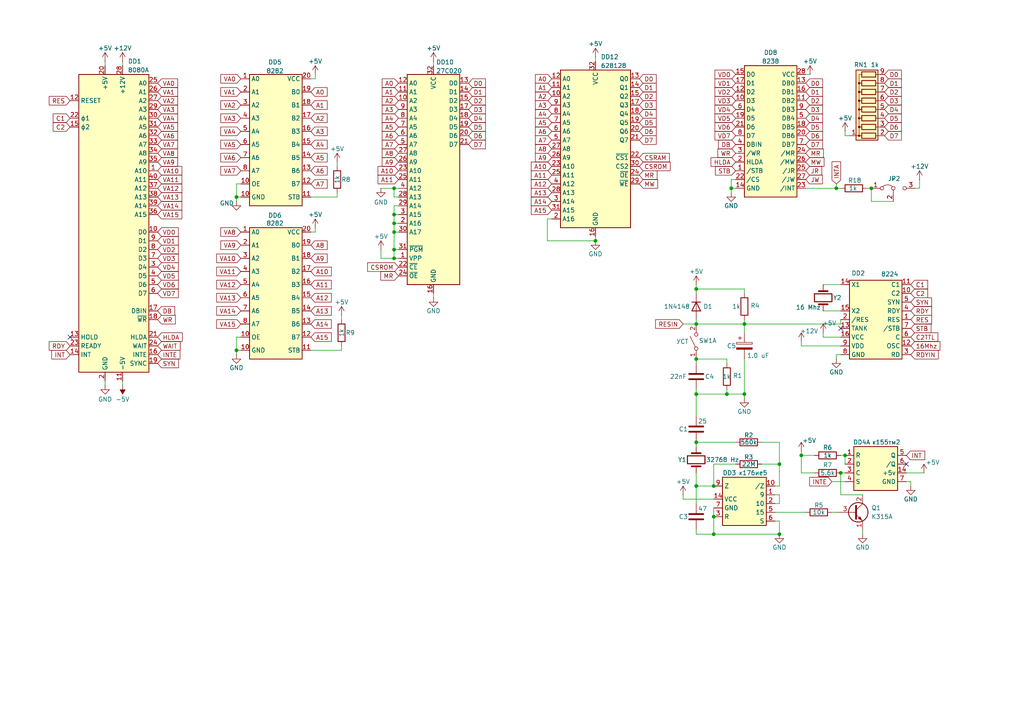
<source format=kicad_sch>
(kicad_sch (version 20231120) (generator "eeschema") (generator_version "8.0")
  (paper "A4")
  (junction (at 114.3 67.31))
  (junction (at 201.93 93.98))
  (junction (at 172.72 69.85))
  (junction (at 114.3 64.77))
  (junction (at 114.3 62.23))
  (junction (at 252.73 54.61))
  (junction (at 243.84 137.16))
  (junction (at 215.9 93.98))
  (junction (at 245.11 132.08))
  (junction (at 68.58 57.15))
  (junction (at 114.3 72.39))
  (junction (at 212.09 54.61))
  (junction (at 242.57 54.61))
  (junction (at 201.93 128.27))
  (junction (at 226.06 134.62))
  (junction (at 201.93 83.82))
  (junction (at 201.93 104.14))
  (junction (at 232.41 132.08))
  (junction (at 201.93 140.97))
  (junction (at 201.93 114.3))
  (junction (at 226.06 154.94))
  (junction (at 207.01 154.94))
  (junction (at 207.01 140.97))
  (junction (at 210.82 114.3))
  (junction (at 215.9 114.3))
  (junction (at 207.01 149.86))
  (junction (at 114.3 54.61))
  (junction (at 114.3 74.93))
  (junction (at 68.58 101.6))
  (no_connect (at 243.84 95.25))
  (no_connect (at 262.89 134.62))
  (no_connect (at 20.32 97.79))
  (wire (pts (xy 243.84 97.79) (xy 238.76 97.79)))
  (wire (pts (xy 232.41 100.33) (xy 232.41 99.06)))
  (wire (pts (xy 114.3 54.61) (xy 115.57 54.61)))
  (wire (pts (xy 241.3 148.59) (xy 242.57 148.59)))
  (wire (pts (xy 125.73 85.09) (xy 125.73 86.36)))
  (wire (pts (xy 69.85 97.79) (xy 68.58 97.79)))
  (wire (pts (xy 114.3 74.93) (xy 114.3 72.39)))
  (wire (pts (xy 251.46 54.61) (xy 252.73 54.61)))
  (wire (pts (xy 215.9 114.3) (xy 210.82 114.3)))
  (wire (pts (xy 68.58 101.6) (xy 68.58 102.87)))
  (wire (pts (xy 68.58 57.15) (xy 68.58 58.42)))
  (wire (pts (xy 215.9 85.09) (xy 215.9 83.82)))
  (wire (pts (xy 114.3 72.39) (xy 114.3 67.31)))
  (wire (pts (xy 241.3 139.7) (xy 245.11 139.7)))
  (wire (pts (xy 207.01 134.62) (xy 207.01 140.97)))
  (wire (pts (xy 158.75 69.85) (xy 172.72 69.85)))
  (wire (pts (xy 224.79 148.59) (xy 233.68 148.59)))
  (wire (pts (xy 198.12 93.98) (xy 201.93 93.98)))
  (wire (pts (xy 207.01 140.97) (xy 201.93 140.97)))
  (wire (pts (xy 90.17 22.86) (xy 91.44 22.86)))
  (wire (pts (xy 91.44 22.86) (xy 91.44 21.59)))
  (wire (pts (xy 213.36 134.62) (xy 207.01 134.62)))
  (wire (pts (xy 110.49 54.61) (xy 114.3 54.61)))
  (wire (pts (xy 198.12 144.78) (xy 207.01 144.78)))
  (wire (pts (xy 210.82 113.03) (xy 210.82 114.3)))
  (wire (pts (xy 238.76 97.79) (xy 238.76 96.52)))
  (wire (pts (xy 69.85 53.34) (xy 68.58 53.34)))
  (wire (pts (xy 266.7 52.07) (xy 266.7 54.61)))
  (wire (pts (xy 201.93 140.97) (xy 201.93 146.05)))
  (wire (pts (xy 262.89 137.16) (xy 267.97 137.16)))
  (wire (pts (xy 90.17 67.31) (xy 91.44 67.31)))
  (wire (pts (xy 91.44 67.31) (xy 91.44 66.04)))
  (wire (pts (xy 215.9 92.71) (xy 215.9 93.98)))
  (wire (pts (xy 252.73 58.42) (xy 252.73 54.61)))
  (wire (pts (xy 242.57 53.34) (xy 242.57 54.61)))
  (wire (pts (xy 236.22 137.16) (xy 232.41 137.16)))
  (wire (pts (xy 125.73 17.78) (xy 125.73 19.05)))
  (wire (pts (xy 245.11 39.37) (xy 246.38 39.37)))
  (wire (pts (xy 201.93 93.98) (xy 215.9 93.98)))
  (wire (pts (xy 243.84 137.16) (xy 245.11 137.16)))
  (wire (pts (xy 210.82 104.14) (xy 201.93 104.14)))
  (wire (pts (xy 114.3 64.77) (xy 114.3 67.31)))
  (wire (pts (xy 215.9 83.82) (xy 201.93 83.82)))
  (wire (pts (xy 238.76 90.17) (xy 243.84 90.17)))
  (wire (pts (xy 201.93 154.94) (xy 201.93 153.67)))
  (wire (pts (xy 242.57 54.61) (xy 243.84 54.61)))
  (wire (pts (xy 243.84 102.87) (xy 242.57 102.87)))
  (wire (pts (xy 110.49 72.39) (xy 110.49 74.93)))
  (wire (pts (xy 207.01 149.86) (xy 207.01 154.94)))
  (wire (pts (xy 226.06 151.13) (xy 226.06 154.94)))
  (wire (pts (xy 115.57 62.23) (xy 114.3 62.23)))
  (wire (pts (xy 250.19 153.67) (xy 250.19 154.94)))
  (wire (pts (xy 114.3 62.23) (xy 114.3 64.77)))
  (wire (pts (xy 68.58 97.79) (xy 68.58 101.6)))
  (wire (pts (xy 160.02 63.5) (xy 158.75 63.5)))
  (wire (pts (xy 201.93 154.94) (xy 207.01 154.94)))
  (wire (pts (xy 266.7 54.61) (xy 265.43 54.61)))
  (wire (pts (xy 212.09 54.61) (xy 212.09 55.88)))
  (wire (pts (xy 224.79 151.13) (xy 226.06 151.13)))
  (wire (pts (xy 243.84 132.08) (xy 245.11 132.08)))
  (wire (pts (xy 99.06 91.44) (xy 99.06 92.71)))
  (wire (pts (xy 97.79 55.88) (xy 97.79 57.15)))
  (wire (pts (xy 226.06 146.05) (xy 224.79 146.05)))
  (wire (pts (xy 115.57 57.15) (xy 114.3 57.15)))
  (wire (pts (xy 220.98 134.62) (xy 226.06 134.62)))
  (wire (pts (xy 226.06 140.97) (xy 224.79 140.97)))
  (wire (pts (xy 207.01 147.32) (xy 207.01 149.86)))
  (wire (pts (xy 224.79 143.51) (xy 226.06 143.51)))
  (wire (pts (xy 243.84 93.98) (xy 243.84 92.71)))
  (wire (pts (xy 114.3 57.15) (xy 114.3 54.61)))
  (wire (pts (xy 172.72 16.51) (xy 172.72 17.78)))
  (wire (pts (xy 226.06 143.51) (xy 226.06 146.05)))
  (wire (pts (xy 201.93 104.14) (xy 201.93 105.41)))
  (wire (pts (xy 238.76 82.55) (xy 243.84 82.55)))
  (wire (pts (xy 226.06 134.62) (xy 226.06 140.97)))
  (wire (pts (xy 99.06 100.33) (xy 99.06 101.6)))
  (wire (pts (xy 115.57 59.69) (xy 114.3 59.69)))
  (wire (pts (xy 201.93 113.03) (xy 201.93 114.3)))
  (wire (pts (xy 259.08 58.42) (xy 252.73 58.42)))
  (wire (pts (xy 232.41 137.16) (xy 232.41 132.08)))
  (wire (pts (xy 30.48 110.49) (xy 30.48 111.76)))
  (wire (pts (xy 90.17 101.6) (xy 99.06 101.6)))
  (wire (pts (xy 115.57 72.39) (xy 114.3 72.39)))
  (wire (pts (xy 226.06 128.27) (xy 226.06 134.62)))
  (wire (pts (xy 115.57 64.77) (xy 114.3 64.77)))
  (wire (pts (xy 213.36 54.61) (xy 212.09 54.61)))
  (wire (pts (xy 233.68 21.59) (xy 234.95 21.59)))
  (wire (pts (xy 215.9 114.3) (xy 215.9 115.57)))
  (wire (pts (xy 198.12 144.78) (xy 198.12 143.51)))
  (wire (pts (xy 233.68 54.61) (xy 242.57 54.61)))
  (wire (pts (xy 215.9 93.98) (xy 243.84 93.98)))
  (wire (pts (xy 242.57 102.87) (xy 242.57 104.14)))
  (wire (pts (xy 215.9 104.14) (xy 215.9 114.3)))
  (wire (pts (xy 97.79 46.99) (xy 97.79 48.26)))
  (wire (pts (xy 68.58 53.34) (xy 68.58 57.15)))
  (wire (pts (xy 201.93 82.55) (xy 201.93 83.82)))
  (wire (pts (xy 201.93 128.27) (xy 201.93 129.54)))
  (wire (pts (xy 201.93 114.3) (xy 210.82 114.3)))
  (wire (pts (xy 201.93 128.27) (xy 213.36 128.27)))
  (wire (pts (xy 262.89 139.7) (xy 264.16 139.7)))
  (wire (pts (xy 213.36 52.07) (xy 212.09 52.07)))
  (wire (pts (xy 210.82 105.41) (xy 210.82 104.14)))
  (wire (pts (xy 236.22 132.08) (xy 232.41 132.08)))
  (wire (pts (xy 201.93 137.16) (xy 201.93 140.97)))
  (wire (pts (xy 35.56 17.78) (xy 35.56 19.05)))
  (wire (pts (xy 215.9 93.98) (xy 215.9 96.52)))
  (wire (pts (xy 212.09 52.07) (xy 212.09 54.61)))
  (wire (pts (xy 243.84 100.33) (xy 232.41 100.33)))
  (wire (pts (xy 115.57 74.93) (xy 114.3 74.93)))
  (wire (pts (xy 68.58 101.6) (xy 69.85 101.6)))
  (wire (pts (xy 220.98 128.27) (xy 226.06 128.27)))
  (wire (pts (xy 245.11 38.1) (xy 245.11 39.37)))
  (wire (pts (xy 114.3 59.69) (xy 114.3 62.23)))
  (wire (pts (xy 264.16 139.7) (xy 264.16 140.97)))
  (wire (pts (xy 232.41 132.08) (xy 232.41 130.81)))
  (wire (pts (xy 30.48 17.78) (xy 30.48 19.05)))
  (wire (pts (xy 245.11 132.08) (xy 245.11 134.62)))
  (wire (pts (xy 69.85 57.15) (xy 68.58 57.15)))
  (wire (pts (xy 207.01 154.94) (xy 226.06 154.94)))
  (wire (pts (xy 35.56 110.49) (xy 35.56 111.76)))
  (wire (pts (xy 114.3 67.31) (xy 115.57 67.31)))
  (wire (pts (xy 158.75 63.5) (xy 158.75 69.85)))
  (wire (pts (xy 243.84 137.16) (xy 243.84 143.51)))
  (wire (pts (xy 90.17 57.15) (xy 97.79 57.15)))
  (wire (pts (xy 172.72 68.58) (xy 172.72 69.85)))
  (wire (pts (xy 201.93 114.3) (xy 201.93 120.65)))
  (wire (pts (xy 201.93 83.82) (xy 201.93 85.09)))
  (wire (pts (xy 201.93 93.98) (xy 201.93 92.71)))
  (wire (pts (xy 243.84 143.51) (xy 250.19 143.51)))
  (wire (pts (xy 110.49 74.93) (xy 114.3 74.93)))
  (global_label "A0" (shape input) (at 115.57 24.13 180) (property "Intersheetrefs" "${INTERSHEET_REFS}" (effects (hide yes))))
  (global_label "VA8" (shape input) (at 45.72 44.45 0) (property "Intersheetrefs" "${INTERSHEET_REFS}" (effects (hide yes))))
  (global_label "VD1" (shape input) (at 213.36 24.13 180) (property "Intersheetrefs" "${INTERSHEET_REFS}" (effects (hide yes))))
  (global_label "RDY" (shape input) (at 264.16 90.17 0) (property "Intersheetrefs" "${INTERSHEET_REFS}" (effects (hide yes))))
  (global_label "VA1" (shape input) (at 69.85 26.67 180) (property "Intersheetrefs" "${INTERSHEET_REFS}" (effects (hide yes))))
  (global_label "A1" (shape input) (at 160.02 25.4 180) (property "Intersheetrefs" "${INTERSHEET_REFS}" (effects (hide yes))))
  (global_label "A8" (shape input) (at 115.57 44.45 180) (property "Intersheetrefs" "${INTERSHEET_REFS}" (effects (hide yes))))
  (global_label "VA5" (shape input) (at 69.85 41.91 180) (property "Intersheetrefs" "${INTERSHEET_REFS}" (effects (hide yes))))
  (global_label "MR" (shape input) (at 185.42 50.8 0) (property "Intersheetrefs" "${INTERSHEET_REFS}" (effects (hide yes))))
  (global_label "VD6" (shape input) (at 213.36 36.83 180) (property "Intersheetrefs" "${INTERSHEET_REFS}" (effects (hide yes))))
  (global_label "D7" (shape input) (at 256.54 39.37 0) (property "Intersheetrefs" "${INTERSHEET_REFS}" (effects (hide yes))))
  (global_label "D7" (shape input) (at 135.89 41.91 0) (property "Intersheetrefs" "${INTERSHEET_REFS}" (effects (hide yes))))
  (global_label "C2" (shape input) (at 20.32 36.83 180) (property "Intersheetrefs" "${INTERSHEET_REFS}" (effects (hide yes))))
  (global_label "INT" (shape input) (at 262.89 132.08 0) (property "Intersheetrefs" "${INTERSHEET_REFS}" (effects (hide yes))))
  (global_label "VA8" (shape input) (at 69.85 67.31 180) (property "Intersheetrefs" "${INTERSHEET_REFS}" (effects (hide yes))))
  (global_label "VD2" (shape input) (at 213.36 26.67 180) (property "Intersheetrefs" "${INTERSHEET_REFS}" (effects (hide yes))))
  (global_label "A9" (shape input) (at 90.17 74.93 0) (property "Intersheetrefs" "${INTERSHEET_REFS}" (effects (hide yes))))
  (global_label "A4" (shape input) (at 90.17 41.91 0) (property "Intersheetrefs" "${INTERSHEET_REFS}" (effects (hide yes))))
  (global_label "VD4" (shape input) (at 213.36 31.75 180) (property "Intersheetrefs" "${INTERSHEET_REFS}" (effects (hide yes))))
  (global_label "VA14" (shape input) (at 69.85 90.17 180) (property "Intersheetrefs" "${INTERSHEET_REFS}" (effects (hide yes))))
  (global_label "D2" (shape input) (at 185.42 27.94 0) (property "Intersheetrefs" "${INTERSHEET_REFS}" (effects (hide yes))))
  (global_label "RDY" (shape input) (at 20.32 100.33 180) (property "Intersheetrefs" "${INTERSHEET_REFS}" (effects (hide yes))))
  (global_label "C1" (shape input) (at 264.16 82.55 0) (property "Intersheetrefs" "${INTERSHEET_REFS}" (effects (hide yes))))
  (global_label "A8" (shape input) (at 90.17 71.12 0) (property "Intersheetrefs" "${INTERSHEET_REFS}" (effects (hide yes))))
  (global_label "A4" (shape input) (at 160.02 33.02 180) (property "Intersheetrefs" "${INTERSHEET_REFS}" (effects (hide yes))))
  (global_label "CSROM" (shape input) (at 115.57 77.47 180) (property "Intersheetrefs" "${INTERSHEET_REFS}" (effects (hide yes))))
  (global_label "VD5" (shape input) (at 45.72 80.01 0) (property "Intersheetrefs" "${INTERSHEET_REFS}" (effects (hide yes))))
  (global_label "D0" (shape input) (at 185.42 22.86 0) (property "Intersheetrefs" "${INTERSHEET_REFS}" (effects (hide yes))))
  (global_label "A13" (shape input) (at 160.02 55.88 180) (property "Intersheetrefs" "${INTERSHEET_REFS}" (effects (hide yes))))
  (global_label "C2TTL" (shape input) (at 264.16 97.79 0) (property "Intersheetrefs" "${INTERSHEET_REFS}" (effects (hide yes))))
  (global_label "VA14" (shape input) (at 45.72 59.69 0) (property "Intersheetrefs" "${INTERSHEET_REFS}" (effects (hide yes))))
  (global_label "MW" (shape input) (at 185.42 53.34 0) (property "Intersheetrefs" "${INTERSHEET_REFS}" (effects (hide yes))))
  (global_label "A10" (shape input) (at 115.57 49.53 180) (property "Intersheetrefs" "${INTERSHEET_REFS}" (effects (hide yes))))
  (global_label "VA4" (shape input) (at 45.72 34.29 0) (property "Intersheetrefs" "${INTERSHEET_REFS}" (effects (hide yes))))
  (global_label "INTE" (shape input) (at 45.72 102.87 0) (property "Intersheetrefs" "${INTERSHEET_REFS}" (effects (hide yes))))
  (global_label "WAIT" (shape input) (at 45.72 100.33 0) (property "Intersheetrefs" "${INTERSHEET_REFS}" (effects (hide yes))))
  (global_label "VA15" (shape input) (at 45.72 62.23 0) (property "Intersheetrefs" "${INTERSHEET_REFS}" (effects (hide yes))))
  (global_label "VA12" (shape input) (at 69.85 82.55 180) (property "Intersheetrefs" "${INTERSHEET_REFS}" (effects (hide yes))))
  (global_label "A11" (shape input) (at 160.02 50.8 180) (property "Intersheetrefs" "${INTERSHEET_REFS}" (effects (hide yes))))
  (global_label "A14" (shape input) (at 160.02 58.42 180) (property "Intersheetrefs" "${INTERSHEET_REFS}" (effects (hide yes))))
  (global_label "D0" (shape input) (at 233.68 24.13 0) (property "Intersheetrefs" "${INTERSHEET_REFS}" (effects (hide yes))))
  (global_label "D0" (shape input) (at 256.54 21.59 0) (property "Intersheetrefs" "${INTERSHEET_REFS}" (effects (hide yes))))
  (global_label "VD4" (shape input) (at 45.72 77.47 0) (property "Intersheetrefs" "${INTERSHEET_REFS}" (effects (hide yes))))
  (global_label "VA9" (shape input) (at 69.85 71.12 180) (property "Intersheetrefs" "${INTERSHEET_REFS}" (effects (hide yes))))
  (global_label "C2" (shape input) (at 264.16 85.09 0) (property "Intersheetrefs" "${INTERSHEET_REFS}" (effects (hide yes))))
  (global_label "VA3" (shape input) (at 45.72 31.75 0) (property "Intersheetrefs" "${INTERSHEET_REFS}" (effects (hide yes))))
  (global_label "A9" (shape input) (at 160.02 45.72 180) (property "Intersheetrefs" "${INTERSHEET_REFS}" (effects (hide yes))))
  (global_label "A1" (shape input) (at 90.17 30.48 0) (property "Intersheetrefs" "${INTERSHEET_REFS}" (effects (hide yes))))
  (global_label "RES" (shape input) (at 264.16 92.71 0) (property "Intersheetrefs" "${INTERSHEET_REFS}" (effects (hide yes))))
  (global_label "VD0" (shape input) (at 213.36 21.59 180) (property "Intersheetrefs" "${INTERSHEET_REFS}" (effects (hide yes))))
  (global_label "D6" (shape input) (at 135.89 39.37 0) (property "Intersheetrefs" "${INTERSHEET_REFS}" (effects (hide yes))))
  (global_label "VA9" (shape input) (at 45.72 46.99 0) (property "Intersheetrefs" "${INTERSHEET_REFS}" (effects (hide yes))))
  (global_label "D2" (shape input) (at 233.68 29.21 0) (property "Intersheetrefs" "${INTERSHEET_REFS}" (effects (hide yes))))
  (global_label "D4" (shape input) (at 256.54 31.75 0) (property "Intersheetrefs" "${INTERSHEET_REFS}" (effects (hide yes))))
  (global_label "D1" (shape input) (at 233.68 26.67 0) (property "Intersheetrefs" "${INTERSHEET_REFS}" (effects (hide yes))))
  (global_label "RESIN" (shape input) (at 198.12 93.98 180) (property "Intersheetrefs" "${INTERSHEET_REFS}" (effects (hide yes))))
  (global_label "VD0" (shape input) (at 45.72 67.31 0) (property "Intersheetrefs" "${INTERSHEET_REFS}" (effects (hide yes))))
  (global_label "HLDA" (shape input) (at 213.36 46.99 180) (property "Intersheetrefs" "${INTERSHEET_REFS}" (effects (hide yes))))
  (global_label "C1" (shape input) (at 20.32 34.29 180) (property "Intersheetrefs" "${INTERSHEET_REFS}" (effects (hide yes))))
  (global_label "A6" (shape input) (at 90.17 49.53 0) (property "Intersheetrefs" "${INTERSHEET_REFS}" (effects (hide yes))))
  (global_label "VD7" (shape input) (at 213.36 39.37 180) (property "Intersheetrefs" "${INTERSHEET_REFS}" (effects (hide yes))))
  (global_label "A2" (shape input) (at 115.57 29.21 180) (property "Intersheetrefs" "${INTERSHEET_REFS}" (effects (hide yes))))
  (global_label "VD3" (shape input) (at 45.72 74.93 0) (property "Intersheetrefs" "${INTERSHEET_REFS}" (effects (hide yes))))
  (global_label "INTA" (shape input) (at 242.57 53.34 90) (property "Intersheetrefs" "${INTERSHEET_REFS}" (effects (hide yes))))
  (global_label "CSROM" (shape input) (at 185.42 48.26 0) (property "Intersheetrefs" "${INTERSHEET_REFS}" (effects (hide yes))))
  (global_label "VA2" (shape input) (at 45.72 29.21 0) (property "Intersheetrefs" "${INTERSHEET_REFS}" (effects (hide yes))))
  (global_label "VA3" (shape input) (at 69.85 34.29 180) (property "Intersheetrefs" "${INTERSHEET_REFS}" (effects (hide yes))))
  (global_label "A12" (shape input) (at 160.02 53.34 180) (property "Intersheetrefs" "${INTERSHEET_REFS}" (effects (hide yes))))
  (global_label "A4" (shape input) (at 115.57 34.29 180) (property "Intersheetrefs" "${INTERSHEET_REFS}" (effects (hide yes))))
  (global_label "A7" (shape input) (at 160.02 40.64 180) (property "Intersheetrefs" "${INTERSHEET_REFS}" (effects (hide yes))))
  (global_label "D1" (shape input) (at 256.54 24.13 0) (property "Intersheetrefs" "${INTERSHEET_REFS}" (effects (hide yes))))
  (global_label "VA7" (shape input) (at 69.85 49.53 180) (property "Intersheetrefs" "${INTERSHEET_REFS}" (effects (hide yes))))
  (global_label "D5" (shape input) (at 256.54 34.29 0) (property "Intersheetrefs" "${INTERSHEET_REFS}" (effects (hide yes))))
  (global_label "A8" (shape input) (at 160.02 43.18 180) (property "Intersheetrefs" "${INTERSHEET_REFS}" (effects (hide yes))))
  (global_label "INT" (shape input) (at 20.32 102.87 180) (property "Intersheetrefs" "${INTERSHEET_REFS}" (effects (hide yes))))
  (global_label "A9" (shape input) (at 115.57 46.99 180) (property "Intersheetrefs" "${INTERSHEET_REFS}" (effects (hide yes))))
  (global_label "D3" (shape input) (at 135.89 31.75 0) (property "Intersheetrefs" "${INTERSHEET_REFS}" (effects (hide yes))))
  (global_label "A11" (shape input) (at 90.17 82.55 0) (property "Intersheetrefs" "${INTERSHEET_REFS}" (effects (hide yes))))
  (global_label "D7" (shape input) (at 233.68 41.91 0) (property "Intersheetrefs" "${INTERSHEET_REFS}" (effects (hide yes))))
  (global_label "VA11" (shape input) (at 69.85 78.74 180) (property "Intersheetrefs" "${INTERSHEET_REFS}" (effects (hide yes))))
  (global_label "A5" (shape input) (at 160.02 35.56 180) (property "Intersheetrefs" "${INTERSHEET_REFS}" (effects (hide yes))))
  (global_label "A10" (shape input) (at 90.17 78.74 0) (property "Intersheetrefs" "${INTERSHEET_REFS}" (effects (hide yes))))
  (global_label "A3" (shape input) (at 115.57 31.75 180) (property "Intersheetrefs" "${INTERSHEET_REFS}" (effects (hide yes))))
  (global_label "A13" (shape input) (at 90.17 90.17 0) (property "Intersheetrefs" "${INTERSHEET_REFS}" (effects (hide yes))))
  (global_label "D5" (shape input) (at 135.89 36.83 0) (property "Intersheetrefs" "${INTERSHEET_REFS}" (effects (hide yes))))
  (global_label "A3" (shape input) (at 160.02 30.48 180) (property "Intersheetrefs" "${INTERSHEET_REFS}" (effects (hide yes))))
  (global_label "D1" (shape input) (at 185.42 25.4 0) (property "Intersheetrefs" "${INTERSHEET_REFS}" (effects (hide yes))))
  (global_label "A0" (shape input) (at 160.02 22.86 180) (property "Intersheetrefs" "${INTERSHEET_REFS}" (effects (hide yes))))
  (global_label "VA13" (shape input) (at 69.85 86.36 180) (property "Intersheetrefs" "${INTERSHEET_REFS}" (effects (hide yes))))
  (global_label "VA10" (shape input) (at 69.85 74.93 180) (property "Intersheetrefs" "${INTERSHEET_REFS}" (effects (hide yes))))
  (global_label "VD7" (shape input) (at 45.72 85.09 0) (property "Intersheetrefs" "${INTERSHEET_REFS}" (effects (hide yes))))
  (global_label "WR" (shape input) (at 45.72 92.71 0) (property "Intersheetrefs" "${INTERSHEET_REFS}" (effects (hide yes))))
  (global_label "A1" (shape input) (at 115.57 26.67 180) (property "Intersheetrefs" "${INTERSHEET_REFS}" (effects (hide yes))))
  (global_label "CSRAM" (shape input) (at 185.42 45.72 0) (property "Intersheetrefs" "${INTERSHEET_REFS}" (effects (hide yes))))
  (global_label "SYN" (shape input) (at 45.72 105.41 0) (property "Intersheetrefs" "${INTERSHEET_REFS}" (effects (hide yes))))
  (global_label "A0" (shape input) (at 90.17 26.67 0) (property "Intersheetrefs" "${INTERSHEET_REFS}" (effects (hide yes))))
  (global_label "VA0" (shape input) (at 69.85 22.86 180) (property "Intersheetrefs" "${INTERSHEET_REFS}" (effects (hide yes))))
  (global_label "JR" (shape input) (at 233.68 49.53 0) (property "Intersheetrefs" "${INTERSHEET_REFS}" (effects (hide yes))))
  (global_label "VA11" (shape input) (at 45.72 52.07 0) (property "Intersheetrefs" "${INTERSHEET_REFS}" (effects (hide yes))))
  (global_label "D3" (shape input) (at 185.42 30.48 0) (property "Intersheetrefs" "${INTERSHEET_REFS}" (effects (hide yes))))
  (global_label "HLDA" (shape input) (at 45.72 97.79 0) (property "Intersheetrefs" "${INTERSHEET_REFS}" (effects (hide yes))))
  (global_label "VA12" (shape input) (at 45.72 54.61 0) (property "Intersheetrefs" "${INTERSHEET_REFS}" (effects (hide yes))))
  (global_label "STB" (shape input) (at 213.36 49.53 180) (property "Intersheetrefs" "${INTERSHEET_REFS}" (effects (hide yes))))
  (global_label "A2" (shape input) (at 160.02 27.94 180) (property "Intersheetrefs" "${INTERSHEET_REFS}" (effects (hide yes))))
  (global_label "A14" (shape input) (at 90.17 93.98 0) (property "Intersheetrefs" "${INTERSHEET_REFS}" (effects (hide yes))))
  (global_label "VD6" (shape input) (at 45.72 82.55 0) (property "Intersheetrefs" "${INTERSHEET_REFS}" (effects (hide yes))))
  (global_label "VD1" (shape input) (at 45.72 69.85 0) (property "Intersheetrefs" "${INTERSHEET_REFS}" (effects (hide yes))))
  (global_label "VA6" (shape input) (at 69.85 45.72 180) (property "Intersheetrefs" "${INTERSHEET_REFS}" (effects (hide yes))))
  (global_label "MR" (shape input) (at 115.57 80.01 180) (property "Intersheetrefs" "${INTERSHEET_REFS}" (effects (hide yes))))
  (global_label "VA1" (shape input) (at 45.72 26.67 0) (property "Intersheetrefs" "${INTERSHEET_REFS}" (effects (hide yes))))
  (global_label "A3" (shape input) (at 90.17 38.1 0) (property "Intersheetrefs" "${INTERSHEET_REFS}" (effects (hide yes))))
  (global_label "D3" (shape input) (at 256.54 29.21 0) (property "Intersheetrefs" "${INTERSHEET_REFS}" (effects (hide yes))))
  (global_label "VA6" (shape input) (at 45.72 39.37 0) (property "Intersheetrefs" "${INTERSHEET_REFS}" (effects (hide yes))))
  (global_label "MW" (shape input) (at 233.68 46.99 0) (property "Intersheetrefs" "${INTERSHEET_REFS}" (effects (hide yes))))
  (global_label "D2" (shape input) (at 256.54 26.67 0) (property "Intersheetrefs" "${INTERSHEET_REFS}" (effects (hide yes))))
  (global_label "D7" (shape input) (at 185.42 40.64 0) (property "Intersheetrefs" "${INTERSHEET_REFS}" (effects (hide yes))))
  (global_label "D6" (shape input) (at 185.42 38.1 0) (property "Intersheetrefs" "${INTERSHEET_REFS}" (effects (hide yes))))
  (global_label "D5" (shape input) (at 233.68 36.83 0) (property "Intersheetrefs" "${INTERSHEET_REFS}" (effects (hide yes))))
  (global_label "DB" (shape input) (at 213.36 41.91 180) (property "Intersheetrefs" "${INTERSHEET_REFS}" (effects (hide yes))))
  (global_label "INTE" (shape input) (at 241.3 139.7 180) (property "Intersheetrefs" "${INTERSHEET_REFS}" (effects (hide yes))))
  (global_label "D6" (shape input) (at 256.54 36.83 0) (property "Intersheetrefs" "${INTERSHEET_REFS}" (effects (hide yes))))
  (global_label "SYN" (shape input) (at 264.16 87.63 0) (property "Intersheetrefs" "${INTERSHEET_REFS}" (effects (hide yes))))
  (global_label "A15" (shape input) (at 90.17 97.79 0) (property "Intersheetrefs" "${INTERSHEET_REFS}" (effects (hide yes))))
  (global_label "D5" (shape input) (at 185.42 35.56 0) (property "Intersheetrefs" "${INTERSHEET_REFS}" (effects (hide yes))))
  (global_label "VA10" (shape input) (at 45.72 49.53 0) (property "Intersheetrefs" "${INTERSHEET_REFS}" (effects (hide yes))))
  (global_label "VA15" (shape input) (at 69.85 93.98 180) (property "Intersheetrefs" "${INTERSHEET_REFS}" (effects (hide yes))))
  (global_label "DB" (shape input) (at 45.72 90.17 0) (property "Intersheetrefs" "${INTERSHEET_REFS}" (effects (hide yes))))
  (global_label "D2" (shape input) (at 135.89 29.21 0) (property "Intersheetrefs" "${INTERSHEET_REFS}" (effects (hide yes))))
  (global_label "A10" (shape input) (at 160.02 48.26 180) (property "Intersheetrefs" "${INTERSHEET_REFS}" (effects (hide yes))))
  (global_label "A6" (shape input) (at 160.02 38.1 180) (property "Intersheetrefs" "${INTERSHEET_REFS}" (effects (hide yes))))
  (global_label "A15" (shape input) (at 160.02 60.96 180) (property "Intersheetrefs" "${INTERSHEET_REFS}" (effects (hide yes))))
  (global_label "MR" (shape input) (at 233.68 44.45 0) (property "Intersheetrefs" "${INTERSHEET_REFS}" (effects (hide yes))))
  (global_label "A7" (shape input) (at 90.17 53.34 0) (property "Intersheetrefs" "${INTERSHEET_REFS}" (effects (hide yes))))
  (global_label "A6" (shape input) (at 115.57 39.37 180) (property "Intersheetrefs" "${INTERSHEET_REFS}" (effects (hide yes))))
  (global_label "D6" (shape input) (at 233.68 39.37 0) (property "Intersheetrefs" "${INTERSHEET_REFS}" (effects (hide yes))))
  (global_label "A12" (shape input) (at 90.17 86.36 0) (property "Intersheetrefs" "${INTERSHEET_REFS}" (effects (hide yes))))
  (global_label "A2" (shape input) (at 90.17 34.29 0) (property "Intersheetrefs" "${INTERSHEET_REFS}" (effects (hide yes))))
  (global_label "VA4" (shape input) (at 69.85 38.1 180) (property "Intersheetrefs" "${INTERSHEET_REFS}" (effects (hide yes))))
  (global_label "A7" (shape input) (at 115.57 41.91 180) (property "Intersheetrefs" "${INTERSHEET_REFS}" (effects (hide yes))))
  (global_label "VA0" (shape input) (at 45.72 24.13 0) (property "Intersheetrefs" "${INTERSHEET_REFS}" (effects (hide yes))))
  (global_label "D0" (shape input) (at 135.89 24.13 0) (property "Intersheetrefs" "${INTERSHEET_REFS}" (effects (hide yes))))
  (global_label "A5" (shape input) (at 90.17 45.72 0) (property "Intersheetrefs" "${INTERSHEET_REFS}" (effects (hide yes))))
  (global_label "D4" (shape input) (at 233.68 34.29 0) (property "Intersheetrefs" "${INTERSHEET_REFS}" (effects (hide yes))))
  (global_label "D4" (shape input) (at 185.42 33.02 0) (property "Intersheetrefs" "${INTERSHEET_REFS}" (effects (hide yes))))
  (global_label "16Mhz" (shape input) (at 264.16 100.33 0) (property "Intersheetrefs" "${INTERSHEET_REFS}" (effects (hide yes))))
  (global_label "D4" (shape input) (at 135.89 34.29 0) (property "Intersheetrefs" "${INTERSHEET_REFS}" (effects (hide yes))))
  (global_label "VA13" (shape input) (at 45.72 57.15 0) (property "Intersheetrefs" "${INTERSHEET_REFS}" (effects (hide yes))))
  (global_label "A11" (shape input) (at 115.57 52.07 180) (property "Intersheetrefs" "${INTERSHEET_REFS}" (effects (hide yes))))
  (global_label "VA2" (shape input) (at 69.85 30.48 180) (property "Intersheetrefs" "${INTERSHEET_REFS}" (effects (hide yes))))
  (global_label "VD2" (shape input) (at 45.72 72.39 0) (property "Intersheetrefs" "${INTERSHEET_REFS}" (effects (hide yes))))
  (global_label "D3" (shape input) (at 233.68 31.75 0) (property "Intersheetrefs" "${INTERSHEET_REFS}" (effects (hide yes))))
  (global_label "VA7" (shape input) (at 45.72 41.91 0) (property "Intersheetrefs" "${INTERSHEET_REFS}" (effects (hide yes))))
  (global_label "RES" (shape input) (at 20.32 29.21 180) (property "Intersheetrefs" "${INTERSHEET_REFS}" (effects (hide yes))))
  (global_label "VA5" (shape input) (at 45.72 36.83 0) (property "Intersheetrefs" "${INTERSHEET_REFS}" (effects (hide yes))))
  (global_label "A5" (shape input) (at 115.57 36.83 180) (property "Intersheetrefs" "${INTERSHEET_REFS}" (effects (hide yes))))
  (global_label "RDYIN" (shape input) (at 264.16 102.87 0) (property "Intersheetrefs" "${INTERSHEET_REFS}" (effects (hide yes))))
  (global_label "JW" (shape input) (at 233.68 52.07 0) (property "Intersheetrefs" "${INTERSHEET_REFS}" (effects (hide yes))))
  (global_label "D1" (shape input) (at 135.89 26.67 0) (property "Intersheetrefs" "${INTERSHEET_REFS}" (effects (hide yes))))
  (global_label "VD3" (shape input) (at 213.36 29.21 180) (property "Intersheetrefs" "${INTERSHEET_REFS}" (effects (hide yes))))
  (global_label "STB" (shape input) (at 264.16 95.25 0) (property "Intersheetrefs" "${INTERSHEET_REFS}" (effects (hide yes))))
  (global_label "VD5" (shape input) (at 213.36 34.29 180) (property "Intersheetrefs" "${INTERSHEET_REFS}" (effects (hide yes))))
  (global_label "WR" (shape input) (at 213.36 44.45 180) (property "Intersheetrefs" "${INTERSHEET_REFS}" (effects (hide yes))))
  (symbol (lib_id "power:GND") (at 68.58 58.42 0) (unit 1)
    (property "Reference" "#PWR01" (effects (hide yes)))
    (property "Value" "GND" (at 65.786 58.928 0))
    (property "Description" "Power symbol creates a global label with name \"GND\" , ground" (effects (hide yes)))
  )
  (symbol (lib_id "power:GND") (at 212.09 55.88 0) (unit 1)
    (property "Reference" "#PWR020" (effects (hide yes)))
    (property "Value" "GND" (at 212.09 59.69 0))
    (property "Description" "Power symbol creates a global label with name \"GND\" , ground" (effects (hide yes)))
  )
  (symbol (lib_id "power:GND") (at 226.06 154.94 0) (unit 1)
    (property "Reference" "#PWR026" (effects (hide yes)))
    (property "Value" "GND" (at 226.06 158.75 0))
    (property "Description" "Power symbol creates a global label with name \"GND\" , ground" (effects (hide yes)))
  )
  (symbol (lib_id "power:GND") (at 250.19 154.94 0) (unit 1)
    (property "Reference" "#PWR033" (effects (hide yes)))
    (property "Value" "GND" (at 250.19 158.75 0))
    (property "Description" "Power symbol creates a global label with name \"GND\" , ground" (effects (hide yes)))
  )
  (symbol (lib_id "power:+12V") (at 266.7 52.07 0) (unit 1)
    (property "Reference" "#PWR036" (effects (hide yes)))
    (property "Value" "+12V" (at 266.7 48.26 0))
    (property "Description" "Power symbol creates a global label with name \"+12V\"" (effects (hide yes)))
  )
  (symbol (lib_id "Device:C") (at 201.93 109.22 0) (unit 1)
    (property "Reference" "C4" (at 204.47 109.22 0) (effects (justify left)))
    (property "Value" "22nF" (at 194.31 109.22 0) (effects (justify left)))
    (property "Footprint" "Capacitor_THT:C_Axial_L3.8mm_D2.6mm_P7.50mm_Horizontal" (effects (hide yes)))
    (property "Description" "Unpolarized capacitor" (effects (hide yes)))
  )
  (symbol (lib_id "Device:R_Network08") (at 251.46 29.21 90) (unit 1)
    (property "Reference" "RN1" (at 249.682 18.796 90))
    (property "Value" "1k" (at 253.746 18.796 90))
    (property "Footprint" "Resistor_THT:R_Array_SIP9" (effects (hide yes)))
    (property "Datasheet" "http://www.vishay.com/docs/31509/csc.pdf" (effects (hide yes)))
    (property "Description" "8 resistor network, star topology, bussed resistors, small symbol" (effects (hide yes)))
  )
  (symbol (lib_id "power:GND") (at 172.72 69.85 0) (unit 1)
    (property "Reference" "#PWR016" (effects (hide yes)))
    (property "Value" "GND" (at 172.72 73.66 0))
    (property "Description" "Power symbol creates a global label with name \"GND\" , ground" (effects (hide yes)))
  )
  (symbol (lib_id "Device:R") (at 217.17 128.27 270) (unit 1)
    (property "Reference" "R2" (at 217.17 126.238 90))
    (property "Value" "560k" (at 217.17 128.27 90))
    (property "Footprint" "Resistor_THT:R_Axial_DIN0204_L3.6mm_D1.6mm_P5.08mm_Horizontal" (effects (hide yes)))
    (property "Description" "Resistor" (effects (hide yes)))
  )
  (symbol (lib_id "power:GND") (at 110.49 54.61 0) (unit 1)
    (property "Reference" "#PWR011" (effects (hide yes)))
    (property "Value" "GND" (at 110.49 58.674 0))
    (property "Description" "Power symbol creates a global label with name \"GND\" , ground" (effects (hide yes)))
  )
  (symbol (lib_id "Transistor_BJT:BF459") (at 247.65 148.59 0) (unit 1)
    (property "Reference" "Q1" (at 252.73 147.3199 0) (effects (justify left)))
    (property "Value" "К315А" (at 252.73 149.8599 0) (effects (justify left)))
    (property "Footprint" "Package_TO_SOT_THT:TO-18-3_Window" (effects (hide yes)))
    (property "Datasheet" "https://www.pcpaudio.com/pcpfiles/transistores/BF457-8-9.pdf" (effects (hide yes)))
    (property "Description" "0.1A Ic, 300V Vce, High Voltage NPN Transistor, TO-126" (effects (hide yes)))
  )
  (symbol (lib_id "power:+5V") (at 172.72 16.51 0) (unit 1)
    (property "Reference" "#PWR014" (effects (hide yes)))
    (property "Value" "+5V" (at 172.72 12.7 0))
    (property "Description" "Power symbol creates a global label with name \"+5V\"" (effects (hide yes)))
  )
  (symbol (lib_id "power:+5V") (at 91.44 66.04 0) (unit 1)
    (property "Reference" "#PWR04" (effects (hide yes)))
    (property "Value" "+5V" (at 91.44 62.23 0))
    (property "Description" "Power symbol creates a global label with name \"+5V\"" (effects (hide yes)))
  )
  (symbol (lib_id "power:+5V") (at 232.41 130.81 0) (unit 1)
    (property "Reference" "#PWR027" (effects (hide yes)))
    (property "Value" "+5V" (at 234.696 127.762 0))
    (property "Description" "Power symbol creates a global label with name \"+5V\"" (effects (hide yes)))
  )
  (symbol (lib_id "Device:R") (at 240.03 132.08 270) (unit 1)
    (property "Reference" "R6" (at 240.03 129.794 90))
    (property "Value" "1k" (at 240.03 132.08 90))
    (property "Footprint" "Resistor_THT:R_Axial_DIN0204_L3.6mm_D1.6mm_P5.08mm_Horizontal" (effects (hide yes)))
    (property "Description" "Resistor" (effects (hide yes)))
  )
  (symbol (lib_id "power:+5V") (at 125.73 17.78 0) (unit 1)
    (property "Reference" "#PWR013" (effects (hide yes)))
    (property "Value" "+5V" (at 125.73 13.97 0))
    (property "Description" "Power symbol creates a global label with name \"+5V\"" (effects (hide yes)))
  )
  (symbol (lib_id "power:+12V") (at 35.56 17.78 0) (unit 1)
    (property "Reference" "#PWR09" (effects (hide yes)))
    (property "Value" "+12V" (at 35.56 13.97 0))
    (property "Description" "Power symbol creates a global label with name \"+12V\"" (effects (hide yes)))
  )
  (symbol (lib_id "Device:R") (at 237.49 148.59 270) (unit 1)
    (property "Reference" "R5" (at 237.49 146.558 90))
    (property "Value" "10k" (at 237.49 148.59 90))
    (property "Footprint" "Resistor_THT:R_Axial_DIN0204_L3.6mm_D1.6mm_P5.08mm_Horizontal" (effects (hide yes)))
    (property "Description" "Resistor" (effects (hide yes)))
  )
  (symbol (lib_id "Device:C_Polarized") (at 215.9 100.33 0) (unit 1)
    (property "Reference" "C5" (at 210.82 100.33 0) (effects (justify left)))
    (property "Value" "1.0 uF" (at 216.662 103.124 0) (effects (justify left)))
    (property "Footprint" "Capacitor_THT:CP_Radial_D4.0mm_P1.50mm" (effects (hide yes)))
    (property "Description" "Polarized capacitor" (effects (hide yes)))
  )
  (symbol (lib_id "intel:8282") (at 82.55 66.04 0) (unit 1)
    (property "Reference" "DD6" (at 79.756 62.484 0))
    (property "Value" "8282" (at 79.756 64.77 0))
    (property "Footprint" "Package_DIP:DIP-20_W7.62mm_LongPads" (effects (hide yes)))
    (property "Datasheet" "https://www.alldatasheet.com/html-pdf/128951/INTEL/8282/147/1/8282.html" (effects (hide yes)))
    (property "Description" "Octal latch, DIP-20" (effects (hide yes)))
  )
  (symbol (lib_id "power:GND") (at 215.9 115.57 0) (unit 1)
    (property "Reference" "#PWR025" (effects (hide yes)))
    (property "Value" "GND" (at 215.9 119.38 0))
    (property "Description" "Power symbol creates a global label with name \"GND\" , ground" (effects (hide yes)))
  )
  (symbol (lib_id "Switch:SW_DPST_x2") (at 201.93 99.06 90) (unit 1)
    (property "Reference" "SW1" (at 202.692 98.806 90) (effects (justify right)))
    (property "Value" "УСТ" (at 196.088 99.06 90) (effects (justify right)))
    (property "Description" "Single Pole Single Throw (SPST) switch, separate symbol" (effects (hide yes)))
  )
  (symbol (lib_name "7474_1") (lib_id "74xx_IEEE:7474") (at 254 128.27 0) (unit 1)
    (property "Reference" "DD4" (at 249.936 128.27 0))
    (property "Value" "к155тм2" (at 257.048 128.27 0))
    (property "Footprint" "Package_DIP:DIP-14_W7.62mm_LongPads" (effects (hide yes)))
    (property "Datasheet" "https://www.microshemca.ru/TM2/" (effects (hide yes)))
    (property "Description" "Два независимых D-тригера" (effects (hide yes)))
  )
  (symbol (lib_id "power:+5V") (at 234.95 21.59 0) (unit 1)
    (property "Reference" "#PWR021" (effects (hide yes)))
    (property "Value" "+5V" (at 234.95 17.78 0))
    (property "Description" "Power symbol creates a global label with name \"+5V\"" (effects (hide yes)))
  )
  (symbol (lib_id "Jumper:Jumper_3_Bridged12") (at 259.08 54.61 0) (unit 1) (exclude_from_sim yes) (in_bom no)
    (property "Reference" "JP2" (at 259.334 51.816 0))
    (property "Value" "~" (at 259.08 52.07 0))
    (property "Description" "Jumper, 3-pole, pins 1+2 closed/bridged" (effects (hide yes)))
  )
  (symbol (lib_id "power:GND") (at 125.73 86.36 0) (unit 1)
    (property "Reference" "#PWR015" (effects (hide yes)))
    (property "Value" "GND" (at 125.73 90.17 0))
    (property "Description" "Power symbol creates a global label with name \"GND\" , ground" (effects (hide yes)))
  )
  (symbol (lib_id "Device:R") (at 217.17 134.62 270) (unit 1)
    (property "Reference" "R3" (at 217.17 132.588 90))
    (property "Value" "22M" (at 217.17 134.62 90))
    (property "Footprint" "Resistor_THT:R_Axial_DIN0204_L3.6mm_D1.6mm_P5.08mm_Horizontal" (effects (hide yes)))
    (property "Description" "Resistor" (effects (hide yes)))
  )
  (symbol (lib_id "power:+5V") (at 267.97 137.16 0) (unit 1)
    (property "Reference" "#PWR035" (effects (hide yes)))
    (property "Value" "+5V" (at 270.51 134.112 0))
    (property "Description" "Power symbol creates a global label with name \"+5V\"" (effects (hide yes)))
  )
  (symbol (lib_id "power:+5V") (at 99.06 91.44 0) (unit 1)
    (property "Reference" "#PWR06" (effects (hide yes)))
    (property "Value" "+5V" (at 99.06 87.63 0))
    (property "Description" "Power symbol creates a global label with name \"+5V\"" (effects (hide yes)))
  )
  (symbol (lib_id "Device:R") (at 99.06 96.52 180) (unit 1)
    (property "Reference" "R9" (at 101.6 96.52 0))
    (property "Value" "1k" (at 99.06 96.52 90))
    (property "Footprint" "Resistor_THT:R_Axial_DIN0204_L3.6mm_D1.6mm_P5.08mm_Horizontal" (effects (hide yes)))
    (property "Description" "Resistor" (effects (hide yes)))
  )
  (symbol (lib_id "intel:8238") (at 223.52 17.78 0) (unit 1)
    (property "Reference" "DD8" (at 223.52 15.24 0))
    (property "Value" "8238" (at 223.52 17.78 0))
    (property "Footprint" "Package_DIP:DIP-28_W7.62mm_LongPads" (effects (hide yes)))
    (property "Datasheet" "https://www.alldatasheet.com/html-pdf/123384/AMD/D8238/52/1/D8238.html" (effects (hide yes)))
    (property "Description" "System controller and bus driver, DIP-28" (effects (hide yes)))
  )
  (symbol (lib_id "Device:R") (at 247.65 54.61 90) (unit 1)
    (property "Reference" "R18" (at 247.904 52.324 90))
    (property "Value" "1k" (at 247.396 54.61 90))
    (property "Footprint" "Resistor_THT:R_Axial_DIN0204_L3.6mm_D1.6mm_P5.08mm_Horizontal" (effects (hide yes)))
    (property "Description" "Resistor" (effects (hide yes)))
  )
  (symbol (lib_id "power:+5V") (at 30.48 17.78 0) (unit 1)
    (property "Reference" "#PWR07" (effects (hide yes)))
    (property "Value" "+5V" (at 30.48 13.97 0))
    (property "Description" "Power symbol creates a global label with name \"+5V\"" (effects (hide yes)))
  )
  (symbol (lib_id "Device:Crystal") (at 238.76 86.36 270) (unit 1)
    (property "Reference" "Y2" (at 242.824 86.36 90))
    (property "Value" "16 Mhz" (at 234.442 89.154 90))
    (property "Description" "Two pin crystal" (effects (hide yes)))
  )
  (symbol (lib_id "power:GND") (at 264.16 140.97 0) (unit 1)
    (property "Reference" "#PWR034" (effects (hide yes)))
    (property "Value" "GND" (at 264.16 144.78 0))
    (property "Description" "Power symbol creates a global label with name \"GND\" , ground" (effects (hide yes)))
  )
  (symbol (lib_id "power:+5V") (at 245.11 38.1 0) (unit 1)
    (property "Reference" "#PWR022" (effects (hide yes)))
    (property "Value" "+5V" (at 245.11 34.29 0))
    (property "Description" "Power symbol creates a global label with name \"+5V\"" (effects (hide yes)))
  )
  (symbol (lib_id "Diode:1N4148") (at 201.93 88.9 270) (unit 1)
    (property "Reference" "D1" (at 203.962 88.9 90) (effects (justify left)))
    (property "Value" "1N4148" (at 192.532 88.9 90) (effects (justify left)))
    (property "Footprint" "Diode_THT:D_DO-35_SOD27_P7.62mm_Horizontal" (effects (hide yes)))
    (property "Datasheet" "https://assets.nexperia.com/documents/data-sheet/1N4148_1N4448.pdf" (effects (hide yes)))
    (property "Description" "100V 0.15A standard switching diode, DO-35" (effects (hide yes)))
    (property "Sim.Device" "D" (effects (hide yes)))
    (property "Sim.Pins" "1=K 2=A" (effects (hide yes)))
  )
  (symbol (lib_id "power:GND") (at 242.57 104.14 0) (unit 1)
    (property "Reference" "#PWR032" (effects (hide yes)))
    (property "Value" "GND" (at 242.57 107.95 0))
    (property "Description" "Power symbol creates a global label with name \"GND\" , ground" (effects (hide yes)))
  )
  (symbol (lib_id "power:-5V") (at 35.56 111.76 180) (unit 1)
    (property "Reference" "#PWR010" (effects (hide yes)))
    (property "Value" "-5V" (at 35.56 115.824 0))
    (property "Description" "Power symbol creates a global label with name \"-5V\"" (effects (hide yes)))
  )
  (symbol (lib_id "Device:Crystal") (at 201.93 133.35 270) (unit 1)
    (property "Reference" "Y1" (at 197.866 133.35 90))
    (property "Value" "32768 Hz" (at 209.55 133.35 90))
    (property "Description" "Two pin crystal" (effects (hide yes)))
  )
  (symbol (lib_id "MCU_Intel:8080A") (at 33.02 64.77 0) (unit 1)
    (property "Reference" "DD1" (at 37.084 17.78 0) (effects (justify left)))
    (property "Value" "8080A" (at 37.084 20.32 0) (effects (justify left)))
    (property "Footprint" "Package_DIP:DIP-40_W15.24mm" (effects (hide yes)))
    (property "Datasheet" "http://datasheets.chipdb.org/Intel/MCS-80/intel-8080.pdf" (effects (hide yes)))
    (property "Description" "8-bit N-channel Microprocessor, DIP-40" (effects (hide yes)))
  )
  (symbol (lib_id "intel:8224") (at 252.73 80.01 0) (unit 1)
    (property "Reference" "DD2" (at 248.92 79.248 0))
    (property "Value" "8224" (at 258.064 79.502 0))
    (property "Footprint" "Package_DIP:CERDIP-16_W7.62mm_SideBrazed_LongPads" (effects (hide yes)))
    (property "Datasheet" "https://www.alldatasheet.com/html-pdf/170376/INTEL/8224/147/1/8224.html" (effects (hide yes)))
    (property "Description" "Clock generator and driver" (effects (hide yes)))
  )
  (symbol (lib_id "power:+12V") (at 232.41 99.06 0) (unit 1)
    (property "Reference" "#PWR028" (effects (hide yes)))
    (property "Value" "+12V" (at 234.696 96.012 0))
    (property "Description" "Power symbol creates a global label with name \"+12V\"" (effects (hide yes)))
  )
  (symbol (lib_id "cccp:к176ие5") (at 215.9 137.16 0) (unit 1)
    (property "Reference" "DD3" (at 211.582 137.16 0))
    (property "Value" "к176ие5" (at 218.44 137.16 0))
    (property "Footprint" "Package_DIP:DIP-14_W7.62mm_LongPads" (effects (hide yes)))
    (property "Datasheet" "https://www.microshemca.ru/IE5/" (effects (hide yes)))
    (property "Description" "Счетчик генератор" (effects (hide yes)))
  )
  (symbol (lib_id "power:GND") (at 68.58 102.87 0) (unit 1)
    (property "Reference" "#PWR02" (effects (hide yes)))
    (property "Value" "GND" (at 68.58 106.68 0))
    (property "Description" "Power symbol creates a global label with name \"GND\" , ground" (effects (hide yes)))
  )
  (symbol (lib_id "Device:C") (at 201.93 124.46 0) (unit 1)
    (property "Reference" "C1" (at 196.85 124.46 0) (effects (justify left)))
    (property "Value" "25" (at 202.438 122.174 0) (effects (justify left)))
    (property "Footprint" "Capacitor_THT:C_Axial_L3.8mm_D2.6mm_P7.50mm_Horizontal" (effects (hide yes)))
    (property "Description" "Unpolarized capacitor" (effects (hide yes)))
  )
  (symbol (lib_id "Device:R") (at 97.79 52.07 180) (unit 1)
    (property "Reference" "R8" (at 100.33 52.07 0))
    (property "Value" "1k" (at 97.79 52.07 90))
    (property "Footprint" "Resistor_THT:R_Axial_DIN0204_L3.6mm_D1.6mm_P5.08mm_Horizontal" (effects (hide yes)))
    (property "Description" "Resistor" (effects (hide yes)))
  )
  (symbol (lib_name "8282_1") (lib_id "intel:8282") (at 82.55 21.59 0) (unit 1)
    (property "Reference" "DD5" (at 79.756 18.034 0))
    (property "Value" "8282" (at 79.756 20.574 0))
    (property "Footprint" "Package_DIP:DIP-20_W7.62mm_LongPads" (effects (hide yes)))
    (property "Datasheet" "https://www.alldatasheet.com/html-pdf/128951/INTEL/8282/147/1/8282.html" (effects (hide yes)))
    (property "Description" "Octal latch, DIP-20" (effects (hide yes)))
  )
  (symbol (lib_id "power:+5V") (at 238.76 96.52 0) (unit 1)
    (property "Reference" "#PWR029" (effects (hide yes)))
    (property "Value" "+5V" (at 240.538 93.726 0))
    (property "Description" "Power symbol creates a global label with name \"+5V\"" (effects (hide yes)))
  )
  (symbol (lib_id "Memory_RAM:628128_DIP32_SSOP32") (at 172.72 43.18 0) (unit 1)
    (property "Reference" "DD12" (at 174.244 16.51 0) (effects (justify left)))
    (property "Value" "628128" (at 174.244 19.05 0) (effects (justify left)))
    (property "Footprint" "Package_DIP:DIP-32_W15.24mm_LongPads" (effects (hide yes)))
    (property "Datasheet" "http://www.futurlec.com/Datasheet/Memory/628128.pdf" (effects (hide yes)))
    (property "Description" "128K x 8 High-Speed CMOS Static RAM, 55/70ns, DIP-32/SSOP-32" (effects (hide yes)))
  )
  (symbol (lib_id "Device:R") (at 215.9 88.9 0) (unit 1)
    (property "Reference" "R4" (at 217.678 88.646 0) (effects (justify left)))
    (property "Value" "1k" (at 212.344 88.9 0) (effects (justify left)))
    (property "Footprint" "Resistor_THT:R_Axial_DIN0204_L3.6mm_D1.6mm_P5.08mm_Horizontal" (effects (hide yes)))
    (property "Description" "Resistor" (effects (hide yes)))
  )
  (symbol (lib_id "Device:R") (at 210.82 109.22 0) (unit 1)
    (property "Reference" "R1" (at 212.598 108.966 0) (effects (justify left)))
    (property "Value" "1k" (at 209.55 109.22 0) (effects (justify left)))
    (property "Footprint" "Resistor_THT:R_Axial_DIN0204_L3.6mm_D1.6mm_P5.08mm_Horizontal" (effects (hide yes)))
    (property "Description" "Resistor" (effects (hide yes)))
  )
  (symbol (lib_id "Device:R") (at 240.03 137.16 270) (unit 1)
    (property "Reference" "R7" (at 240.03 134.874 90))
    (property "Value" "5.6k" (at 240.03 137.16 90))
    (property "Footprint" "Resistor_THT:R_Axial_DIN0204_L3.6mm_D1.6mm_P5.08mm_Horizontal" (effects (hide yes)))
    (property "Description" "Resistor" (effects (hide yes)))
  )
  (symbol (lib_id "power:+5V") (at 110.49 72.39 0) (unit 1)
    (property "Reference" "#PWR012" (effects (hide yes)))
    (property "Value" "+5V" (at 110.49 68.58 0))
    (property "Description" "Power symbol creates a global label with name \"+5V\"" (effects (hide yes)))
  )
  (symbol (lib_id "power:+5V") (at 91.44 21.59 0) (unit 1)
    (property "Reference" "#PWR03" (effects (hide yes)))
    (property "Value" "+5V" (at 91.44 17.78 0))
    (property "Description" "Power symbol creates a global label with name \"+5V\"" (effects (hide yes)))
  )
  (symbol (lib_id "power:+5V") (at 198.12 143.51 0) (unit 1)
    (property "Reference" "#PWR023" (effects (hide yes)))
    (property "Value" "+5V" (at 198.12 139.7 0))
    (property "Description" "Power symbol creates a global label with name \"+5V\"" (effects (hide yes)))
  )
  (symbol (lib_id "power:+5V") (at 201.93 82.55 0) (unit 1)
    (property "Reference" "#PWR024" (effects (hide yes)))
    (property "Value" "+5V" (at 201.93 78.74 0))
    (property "Description" "Power symbol creates a global label with name \"+5V\"" (effects (hide yes)))
  )
  (symbol (lib_id "power:+5V") (at 97.79 46.99 0) (unit 1)
    (property "Reference" "#PWR05" (effects (hide yes)))
    (property "Value" "+5V" (at 97.79 43.18 0))
    (property "Description" "Power symbol creates a global label with name \"+5V\"" (effects (hide yes)))
  )
  (symbol (lib_id "power:GND") (at 30.48 111.76 0) (unit 1)
    (property "Reference" "#PWR08" (effects (hide yes)))
    (property "Value" "GND" (at 30.48 115.824 0))
    (property "Description" "Power symbol creates a global label with name \"GND\" , ground" (effects (hide yes)))
  )
  (symbol (lib_id "Device:C") (at 201.93 149.86 0) (unit 1)
    (property "Reference" "C3" (at 196.85 149.86 0) (effects (justify left)))
    (property "Value" "47" (at 202.438 147.574 0) (effects (justify left)))
    (property "Footprint" "Capacitor_THT:C_Axial_L3.8mm_D2.6mm_P7.50mm_Horizontal" (effects (hide yes)))
    (property "Description" "Unpolarized capacitor" (effects (hide yes)))
  )
  (symbol (lib_id "Memory_EPROM:27C020") (at 125.73 52.07 0) (unit 1)
    (property "Reference" "DD10" (at 126.492 18.034 0) (effects (justify left)))
    (property "Value" "27C020" (at 126.492 20.574 0) (effects (justify left)))
    (property "Footprint" "Package_DIP:DIP-32_W15.24mm_LongPads" (effects (hide yes)))
    (property "Datasheet" "http://ww1.microchip.com/downloads/en/devicedoc/doc0570.pdf" (effects (hide yes)))
    (property "Description" "OTP EPROM 2 MiBit (256 Ki x 8 Bit)" (effects (hide yes)))
  )
)
</source>
